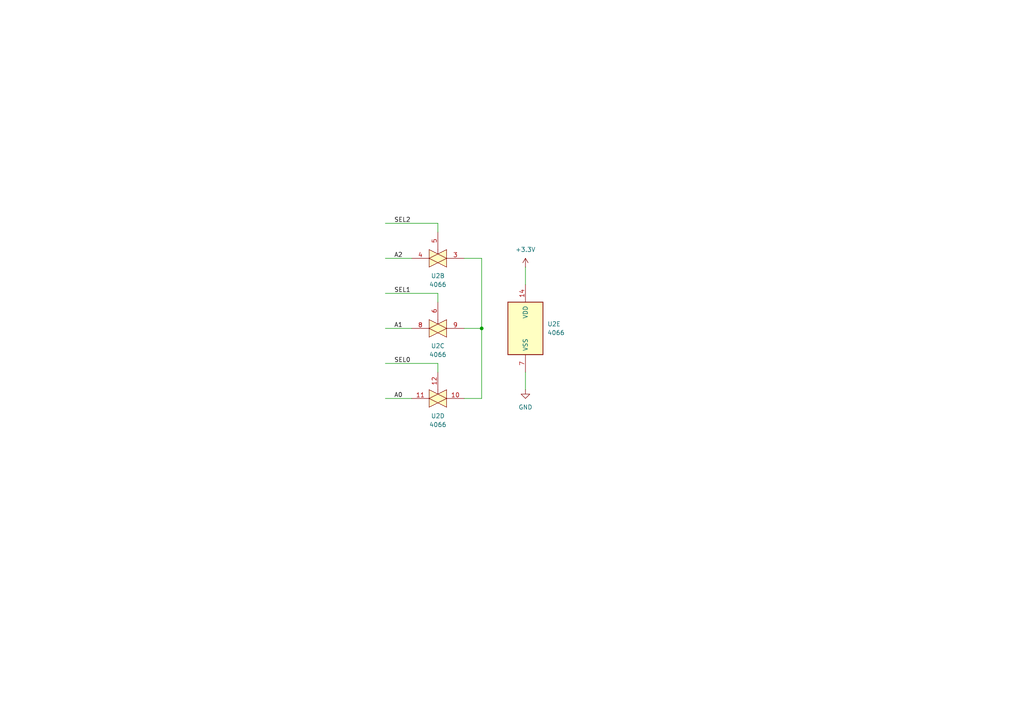
<source format=kicad_sch>
(kicad_sch (version 20231120) (generator "eeschema") (generator_version "8.0")
  (paper "A4")
  (lib_symbols
    (symbol "4xxx:4066" (pin_names (offset 1.016))
      (property "Reference" "U" (at -7.62 8.89 0))
      (property "Value" "4066" (at -7.62 -8.89 0))
      (symbol "4066_1_0"
        (polyline (pts (xy 0 1.27) (xy 0 2.54)) (stroke (width 0.1524)))
        (polyline (pts (xy -2.54 0) (xy 2.54 2.54) (xy 2.54 -2.54) (xy -2.54 0)) (fill (type background)))
        (polyline (pts (xy -2.54 2.54) (xy 2.54 0) (xy -2.54 -2.54) (xy -2.54 2.54)) (fill (type background)))
        (pin passive line (at -7.62 0 0) (length 5.08) (name "~") (number "1"))
        (pin input line (at 0 7.62 270) (length 5.08) (name "~") (number "13"))
        (pin passive line (at 7.62 0 180) (length 5.08) (name "~") (number "2"))
      )
      (symbol "4066_2_0"
        (polyline (pts (xy 0 1.27) (xy 0 2.54)) (stroke (width 0.1524)))
        (polyline (pts (xy -2.54 0) (xy 2.54 2.54) (xy 2.54 -2.54) (xy -2.54 0)) (fill (type background)))
        (polyline (pts (xy -2.54 2.54) (xy 2.54 0) (xy -2.54 -2.54) (xy -2.54 2.54)) (fill (type background)))
        (pin passive line (at 7.62 0 180) (length 5.08) (name "~") (number "3"))
        (pin passive line (at -7.62 0 0) (length 5.08) (name "~") (number "4"))
        (pin input line (at 0 7.62 270) (length 5.08) (name "~") (number "5"))
      )
      (symbol "4066_3_0"
        (polyline (pts (xy 0 1.27) (xy 0 2.54)) (stroke (width 0.1524)))
        (polyline (pts (xy -2.54 0) (xy 2.54 2.54) (xy 2.54 -2.54) (xy -2.54 0)) (fill (type background)))
        (polyline (pts (xy -2.54 2.54) (xy 2.54 0) (xy -2.54 -2.54) (xy -2.54 2.54)) (fill (type background)))
        (pin input line (at 0 7.62 270) (length 5.08) (name "~") (number "6"))
        (pin passive line (at -7.62 0 0) (length 5.08) (name "~") (number "8"))
        (pin passive line (at 7.62 0 180) (length 5.08) (name "~") (number "9"))
      )
      (symbol "4066_4_0"
        (polyline (pts (xy 0 1.27) (xy 0 2.54)) (stroke (width 0.1524)))
        (polyline (pts (xy -2.54 0) (xy 2.54 2.54) (xy 2.54 -2.54) (xy -2.54 0)) (fill (type background)))
        (polyline (pts (xy -2.54 2.54) (xy 2.54 0) (xy -2.54 -2.54) (xy -2.54 2.54)) (fill (type background)))
        (pin passive line (at 7.62 0 180) (length 5.08) (name "~") (number "10"))
        (pin passive line (at -7.62 0 0) (length 5.08) (name "~") (number "11"))
        (pin input line (at 0 7.62 270) (length 5.08) (name "~") (number "12"))
      )
      (symbol "4066_5_0"
        (pin power_in line (at 0 12.7 270) (length 5.08) (name "VDD") (number "14"))
        (pin power_in line (at 0 -12.7 90) (length 5.08) (name "VSS") (number "7"))
      )
      (symbol "4066_5_1"
        (rectangle (start -5.08 7.62) (end 5.08 -7.62) (stroke (width 0.254)) (fill (type background)))
      )
    )
    (symbol "power:+3.3V" (power) (pin_numbers hide) (pin_names (offset 0) hide)
      (property "Value" "+3.3V" (at 0 3.556 0))
      (symbol "+3.3V_0_1"
        (polyline (pts (xy -0.762 1.27) (xy 0 2.54)))
        (polyline (pts (xy 0 0) (xy 0 2.54)))
        (polyline (pts (xy 0 2.54) (xy 0.762 1.27)))
      )
      (symbol "+3.3V_1_1"
        (pin power_in line (at 0 0 90) (length 0) (name "~") (number "1"))
      )
    )
    (symbol "power:GND" (power) (pin_numbers hide) (pin_names (offset 0) hide)
      (property "Value" "GND" (at 0 -3.81 0))
      (symbol "GND_0_1"
        (polyline (pts (xy 0 0) (xy 0 -1.27) (xy 1.27 -1.27) (xy 0 -2.54) (xy -1.27 -1.27) (xy 0 -1.27)))
      )
      (symbol "GND_1_1"
        (pin power_in line (at 0 0 270) (length 0) (name "~") (number "1"))
      )
    )
  )
  (junction (at 139.7 95.25))
  (wire (pts (xy 111.76 74.93) (xy 119.38 74.93)))
  (wire (pts (xy 127 87.63) (xy 127 85.09)))
  (wire (pts (xy 127 67.31) (xy 127 64.77)))
  (wire (pts (xy 111.76 105.41) (xy 127 105.41)))
  (wire (pts (xy 134.62 74.93) (xy 139.7 74.93)))
  (wire (pts (xy 152.4 77.47) (xy 152.4 82.55)))
  (wire (pts (xy 139.7 115.57) (xy 139.7 95.25)))
  (wire (pts (xy 134.62 115.57) (xy 139.7 115.57)))
  (wire (pts (xy 111.76 115.57) (xy 119.38 115.57)))
  (wire (pts (xy 127 107.95) (xy 127 105.41)))
  (wire (pts (xy 111.76 85.09) (xy 127 85.09)))
  (wire (pts (xy 139.7 95.25) (xy 139.7 74.93)))
  (wire (pts (xy 152.4 107.95) (xy 152.4 113.03)))
  (wire (pts (xy 134.62 95.25) (xy 139.7 95.25)))
  (wire (pts (xy 111.76 95.25) (xy 119.38 95.25)))
  (wire (pts (xy 111.76 64.77) (xy 127 64.77)))
  (label "A1" (at 114.3 95.25 0))
  (label "SEL1" (at 114.3 85.09 0))
  (label "A2" (at 114.3 74.93 0))
  (label "A0" (at 114.3 115.57 0))
  (label "SEL0" (at 114.3 105.41 0))
  (label "SEL2" (at 114.3 64.77 0))
  (symbol (lib_id "4xxx:4066") (at 152.4 95.25 0) (unit 5)
    (property "Reference" "U2" (at 158.75 93.9799 0) (effects (justify left)))
    (property "Value" "4066" (at 158.75 96.5199 0) (effects (justify left)))
    (property "Footprint" "Button_Switch_THT:SW_PUSH_6mm" (effects (hide yes)))
    (property "Datasheet" "http://www.ti.com/lit/ds/symlink/cd4066b.pdf" (effects (hide yes)))
    (property "Description" "Quad Analog Switches" (effects (hide yes)))
  )
  (symbol (lib_id "power:+3.3V") (at 152.4 77.47 0) (unit 1)
    (property "Reference" "#PWR06" (effects (hide yes)))
    (property "Value" "+3.3V" (at 152.4 72.39 0))
    (property "Description" "Power symbol creates a global label with name \"+3.3V\"" (effects (hide yes)))
  )
  (symbol (lib_id "4xxx:4066") (at 127 74.93 0) (unit 2)
    (property "Reference" "U2" (at 127 80.01 0))
    (property "Value" "4066" (at 127 82.55 0))
    (property "Footprint" "Button_Switch_THT:SW_PUSH_6mm" (effects (hide yes)))
    (property "Datasheet" "http://www.ti.com/lit/ds/symlink/cd4066b.pdf" (effects (hide yes)))
    (property "Description" "Quad Analog Switches" (effects (hide yes)))
  )
  (symbol (lib_id "4xxx:4066") (at 127 95.25 0) (unit 3)
    (property "Reference" "U2" (at 127 100.33 0))
    (property "Value" "4066" (at 127 102.87 0))
    (property "Footprint" "Button_Switch_THT:SW_PUSH_6mm" (effects (hide yes)))
    (property "Datasheet" "http://www.ti.com/lit/ds/symlink/cd4066b.pdf" (effects (hide yes)))
    (property "Description" "Quad Analog Switches" (effects (hide yes)))
  )
  (symbol (lib_id "power:GND") (at 152.4 113.03 0) (unit 1)
    (property "Reference" "#PWR07" (effects (hide yes)))
    (property "Value" "GND" (at 152.4 118.11 0))
    (property "Description" "Power symbol creates a global label with name \"GND\" , ground" (effects (hide yes)))
  )
  (symbol (lib_id "4xxx:4066") (at 127 115.57 0) (unit 4)
    (property "Reference" "U2" (at 127 120.65 0))
    (property "Value" "4066" (at 127 123.19 0))
    (property "Footprint" "Button_Switch_THT:SW_PUSH_6mm" (effects (hide yes)))
    (property "Datasheet" "http://www.ti.com/lit/ds/symlink/cd4066b.pdf" (effects (hide yes)))
    (property "Description" "Quad Analog Switches" (effects (hide yes)))
  )
)
</source>
